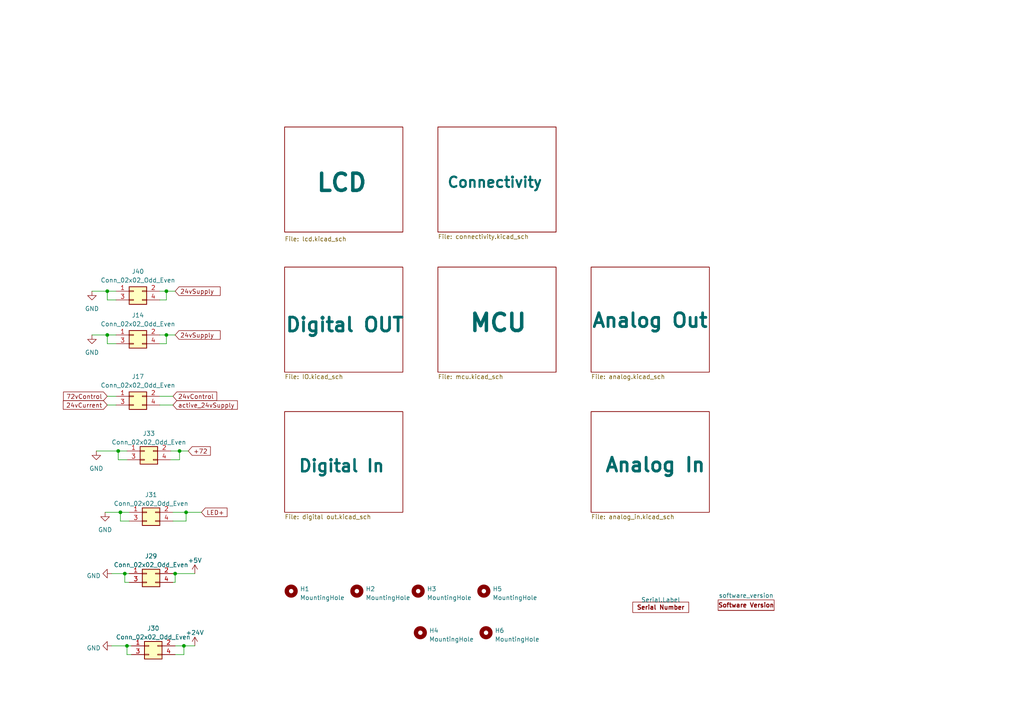
<source format=kicad_sch>
(kicad_sch (version 20230121) (generator eeschema)
  (paper "A4")
  (lib_symbols
    (symbol "Connector_Generic:Conn_02x02_Odd_Even" (pin_names (offset 1.016) hide)
      (property "Reference" "J" (at 1.27 2.54 0))
      (property "Value" "Conn_02x02_Odd_Even" (at 1.27 -5.08 0))
      (symbol "Conn_02x02_Odd_Even_1_1"
        (rectangle (start -1.27 -2.413) (end 0 -2.667) (stroke (width 0.1524)))
        (rectangle (start -1.27 0.127) (end 0 -0.127) (stroke (width 0.1524)))
        (rectangle (start -1.27 1.27) (end 3.81 -3.81) (stroke (width 0.254)) (fill (type background)))
        (rectangle (start 3.81 -2.413) (end 2.54 -2.667) (stroke (width 0.1524)))
        (rectangle (start 3.81 0.127) (end 2.54 -0.127) (stroke (width 0.1524)))
        (pin passive line (at -5.08 0 0) (length 3.81) (name "Pin_1") (number "1"))
        (pin passive line (at 7.62 0 180) (length 3.81) (name "Pin_2") (number "2"))
        (pin passive line (at -5.08 -2.54 0) (length 3.81) (name "Pin_3") (number "3"))
        (pin passive line (at 7.62 -2.54 180) (length 3.81) (name "Pin_4") (number "4"))
      )
    )
    (symbol "MLC:Serial.Label" (pin_names (offset 1.016))
      (property "Value" "Serial.Label" (at 4.318 2.032 0))
      (symbol "Serial.Label_0_0"
        (text "Serial Number" (at 3.048 -1.524 0) (effects (font (size 1.27 1.27) bold)))
      )
      (symbol "Serial.Label_0_1"
        (rectangle (start -5.08 0) (end 11.176 -3.048))
      )
    )
    (symbol "MLC:software_version" (pin_names (offset 1.016))
      (property "Value" "software_version" (at 4.318 2.032 0))
      (symbol "software_version_0_0"
        (text "Software Version" (at 3.048 -1.524 0) (effects (font (size 1.27 1.27) bold)))
      )
      (symbol "software_version_0_1"
        (rectangle (start -5.08 0) (end 11.176 -3.048))
        (polyline (pts (xy -5.08 -3.048) (xy 11.176 -3.048)))
      )
    )
    (symbol "Mechanical:MountingHole" (pin_names (offset 1.016))
      (property "Reference" "H" (at 0 5.08 0))
      (property "Value" "MountingHole" (at 0 3.175 0))
      (symbol "MountingHole_0_1"
        (circle (center 0 0) (radius 1.27) (stroke (width 1.27)))
      )
    )
    (symbol "power:+24V" (power) (pin_names (offset 0))
      (property "Value" "+24V" (at 0 3.556 0))
      (symbol "+24V_0_1"
        (polyline (pts (xy -0.762 1.27) (xy 0 2.54)))
        (polyline (pts (xy 0 0) (xy 0 2.54)))
        (polyline (pts (xy 0 2.54) (xy 0.762 1.27)))
      )
      (symbol "+24V_1_1"
        (pin power_in line (at 0 0 90) (length 0) hide (name "+24V") (number "1"))
      )
    )
    (symbol "power:+5V" (power) (pin_names (offset 0))
      (property "Value" "+5V" (at 0 3.556 0))
      (symbol "+5V_0_1"
        (polyline (pts (xy -0.762 1.27) (xy 0 2.54)))
        (polyline (pts (xy 0 0) (xy 0 2.54)))
        (polyline (pts (xy 0 2.54) (xy 0.762 1.27)))
      )
      (symbol "+5V_1_1"
        (pin power_in line (at 0 0 90) (length 0) hide (name "+5V") (number "1"))
      )
    )
    (symbol "power:GND" (power) (pin_names (offset 0))
      (property "Value" "GND" (at 0 -3.81 0))
      (symbol "GND_0_1"
        (polyline (pts (xy 0 0) (xy 0 -1.27) (xy 1.27 -1.27) (xy 0 -2.54) (xy -1.27 -1.27) (xy 0 -1.27)))
      )
      (symbol "GND_1_1"
        (pin power_in line (at 0 0 270) (length 0) hide (name "GND") (number "1"))
      )
    )
  )
  (junction (at 31.115 84.455))
  (junction (at 53.34 187.325))
  (junction (at 34.925 148.59))
  (junction (at 31.115 97.155))
  (junction (at 48.26 84.455))
  (junction (at 50.8 166.37))
  (junction (at 48.26 97.155))
  (junction (at 52.07 130.81))
  (junction (at 36.83 187.325))
  (junction (at 53.975 148.59))
  (junction (at 36.195 166.37))
  (junction (at 34.29 130.81))
  (wire (pts (xy 36.83 133.35) (xy 34.29 133.35)))
  (wire (pts (xy 36.83 187.325) (xy 38.1 187.325)))
  (wire (pts (xy 32.385 166.37) (xy 36.195 166.37)))
  (wire (pts (xy 37.465 168.91) (xy 36.195 168.91)))
  (wire (pts (xy 38.1 189.865) (xy 36.83 189.865)))
  (wire (pts (xy 34.925 151.13) (xy 34.925 148.59)))
  (wire (pts (xy 31.115 84.455) (xy 33.655 84.455)))
  (wire (pts (xy 50.8 166.37) (xy 56.515 166.37)))
  (wire (pts (xy 50.8 187.325) (xy 53.34 187.325)))
  (wire (pts (xy 53.975 148.59) (xy 58.42 148.59)))
  (wire (pts (xy 30.48 148.59) (xy 34.925 148.59)))
  (wire (pts (xy 46.355 86.995) (xy 48.26 86.995)))
  (wire (pts (xy 34.29 133.35) (xy 34.29 130.81)))
  (wire (pts (xy 46.355 97.155) (xy 48.26 97.155)))
  (wire (pts (xy 49.53 130.81) (xy 52.07 130.81)))
  (wire (pts (xy 48.26 97.155) (xy 50.8 97.155)))
  (wire (pts (xy 50.165 148.59) (xy 53.975 148.59)))
  (wire (pts (xy 53.34 187.325) (xy 56.515 187.325)))
  (wire (pts (xy 50.8 189.865) (xy 53.34 189.865)))
  (wire (pts (xy 26.67 84.455) (xy 31.115 84.455)))
  (wire (pts (xy 33.655 86.995) (xy 31.115 86.995)))
  (wire (pts (xy 50.165 168.91) (xy 50.8 168.91)))
  (wire (pts (xy 50.165 151.13) (xy 53.975 151.13)))
  (wire (pts (xy 26.67 97.155) (xy 31.115 97.155)))
  (wire (pts (xy 46.355 99.695) (xy 48.26 99.695)))
  (wire (pts (xy 37.465 151.13) (xy 34.925 151.13)))
  (wire (pts (xy 31.115 117.475) (xy 33.655 117.475)))
  (wire (pts (xy 36.195 166.37) (xy 37.465 166.37)))
  (wire (pts (xy 48.26 86.995) (xy 48.26 84.455)))
  (wire (pts (xy 33.655 99.695) (xy 31.115 99.695)))
  (wire (pts (xy 52.07 130.81) (xy 54.61 130.81)))
  (wire (pts (xy 32.385 187.325) (xy 36.83 187.325)))
  (wire (pts (xy 31.115 86.995) (xy 31.115 84.455)))
  (wire (pts (xy 46.355 84.455) (xy 48.26 84.455)))
  (wire (pts (xy 52.07 133.35) (xy 52.07 130.81)))
  (wire (pts (xy 31.115 99.695) (xy 31.115 97.155)))
  (wire (pts (xy 48.26 99.695) (xy 48.26 97.155)))
  (wire (pts (xy 53.34 189.865) (xy 53.34 187.325)))
  (wire (pts (xy 34.925 148.59) (xy 37.465 148.59)))
  (wire (pts (xy 46.355 114.935) (xy 50.165 114.935)))
  (wire (pts (xy 31.115 114.935) (xy 33.655 114.935)))
  (wire (pts (xy 31.115 97.155) (xy 33.655 97.155)))
  (wire (pts (xy 36.83 189.865) (xy 36.83 187.325)))
  (wire (pts (xy 48.26 84.455) (xy 50.8 84.455)))
  (wire (pts (xy 53.975 151.13) (xy 53.975 148.59)))
  (wire (pts (xy 49.53 133.35) (xy 52.07 133.35)))
  (wire (pts (xy 50.8 166.37) (xy 50.8 168.91)))
  (wire (pts (xy 27.94 130.81) (xy 34.29 130.81)))
  (wire (pts (xy 36.195 168.91) (xy 36.195 166.37)))
  (wire (pts (xy 46.355 117.475) (xy 50.165 117.475)))
  (wire (pts (xy 50.165 166.37) (xy 50.8 166.37)))
  (wire (pts (xy 34.29 130.81) (xy 36.83 130.81)))
  (global_label "active_24vSupply" (shape input) (at 50.165 117.475 0) (property "Intersheetrefs" "${INTERSHEET_REFS}" (effects hide)))
  (global_label "24vCurrent" (shape input) (at 31.115 117.475 180) (property "Intersheetrefs" "${INTERSHEET_REFS}" (effects hide)))
  (global_label "+72" (shape input) (at 54.61 130.81 0) (property "Intersheetrefs" "${INTERSHEET_REFS}" (effects hide)))
  (global_label "24vSupply " (shape input) (at 50.8 97.155 0) (property "Intersheetrefs" "${INTERSHEET_REFS}" (effects hide)))
  (global_label "24vSupply " (shape input) (at 50.8 84.455 0) (property "Intersheetrefs" "${INTERSHEET_REFS}" (effects hide)))
  (global_label "24vControl" (shape input) (at 50.165 114.935 0) (property "Intersheetrefs" "${INTERSHEET_REFS}" (effects hide)))
  (global_label "LED+" (shape input) (at 58.42 148.59 0) (property "Intersheetrefs" "${INTERSHEET_REFS}" (effects hide)))
  (global_label "72vControl" (shape input) (at 31.115 114.935 180) (property "Intersheetrefs" "${INTERSHEET_REFS}" (effects hide)))
  (symbol (lib_id "Connector_Generic:Conn_02x02_Odd_Even") (at 41.91 130.81 0) (unit 1)
    (property "Reference" "J33" (at 43.18 125.73 0))
    (property "Value" "Conn_02x02_Odd_Even" (at 43.18 128.27 0))
    (property "Footprint" "Connector_PinHeader_2.54mm:PinHeader_2x02_P2.54mm_Vertical" (effects hide))
  )
  (symbol (lib_id "power:GND") (at 30.48 148.59 0) (unit 1)
    (property "Reference" "#PWR0380" (effects hide))
    (property "Value" "GND" (at 30.48 153.67 0))
  )
  (symbol (lib_id "power:GND") (at 32.385 166.37 270) (unit 1)
    (property "Reference" "#PWR0376" (effects hide))
    (property "Value" "GND" (at 29.21 167.005 90) (effects (justify right)))
  )
  (symbol (lib_id "Mechanical:MountingHole") (at 121.92 183.515 0) (unit 1)
    (property "Reference" "H4" (at 124.46 182.88 0) (effects (justify left)))
    (property "Value" "MountingHole" (at 124.46 185.42 0) (effects (justify left)))
    (property "Footprint" "MountingHole:MountingHole_4.3mm_M4_Pad_Via" (effects hide))
  )
  (symbol (lib_id "Mechanical:MountingHole") (at 121.285 171.45 0) (unit 1)
    (property "Reference" "H3" (at 123.825 170.815 0) (effects (justify left)))
    (property "Value" "MountingHole" (at 123.825 173.355 0) (effects (justify left)))
    (property "Footprint" "MountingHole:MountingHole_4.3mm_M4_Pad_Via" (effects hide))
  )
  (symbol (lib_id "Mechanical:MountingHole") (at 140.335 171.45 0) (unit 1)
    (property "Reference" "H5" (at 142.875 170.815 0) (effects (justify left)))
    (property "Value" "MountingHole" (at 142.875 173.355 0) (effects (justify left)))
    (property "Footprint" "MountingHole:MountingHole_4.3mm_M4_Pad_Via" (effects hide))
  )
  (symbol (lib_id "power:+24V") (at 56.515 187.325 0) (unit 1)
    (property "Reference" "#PWR0379" (effects hide))
    (property "Value" "+24V" (at 56.515 183.515 0))
  )
  (symbol (lib_id "power:GND") (at 32.385 187.325 270) (unit 1)
    (property "Reference" "#PWR0377" (effects hide))
    (property "Value" "GND" (at 29.21 187.96 90) (effects (justify right)))
  )
  (symbol (lib_id "Mechanical:MountingHole") (at 84.455 171.45 0) (unit 1)
    (property "Reference" "H1" (at 86.995 170.815 0) (effects (justify left)))
    (property "Value" "MountingHole" (at 86.995 173.355 0) (effects (justify left)))
    (property "Footprint" "MountingHole:MountingHole_4.3mm_M4_Pad_Via" (effects hide))
  )
  (symbol (lib_id "power:+5V") (at 56.515 166.37 0) (unit 1)
    (property "Reference" "#PWR0378" (effects hide))
    (property "Value" "+5V" (at 56.515 162.56 0))
  )
  (symbol (lib_id "power:GND") (at 26.67 97.155 0) (unit 1)
    (property "Reference" "#PWR0383" (effects hide))
    (property "Value" "GND" (at 26.67 102.235 0))
  )
  (symbol (lib_id "Connector_Generic:Conn_02x02_Odd_Even") (at 38.735 97.155 0) (unit 1)
    (property "Reference" "J14" (at 40.005 91.44 0))
    (property "Value" "Conn_02x02_Odd_Even" (at 40.005 93.98 0))
    (property "Footprint" "Connector_PinHeader_2.54mm:PinHeader_2x02_P2.54mm_Vertical" (effects hide))
  )
  (symbol (lib_id "power:GND") (at 27.94 130.81 0) (unit 1)
    (property "Reference" "#PWR0382" (effects hide))
    (property "Value" "GND" (at 27.94 135.89 0))
  )
  (symbol (lib_id "Connector_Generic:Conn_02x02_Odd_Even") (at 38.735 84.455 0) (unit 1)
    (property "Reference" "J40" (at 40.005 78.74 0))
    (property "Value" "Conn_02x02_Odd_Even" (at 40.005 81.28 0))
    (property "Footprint" "Connector_PinHeader_2.54mm:PinHeader_2x02_P2.54mm_Vertical" (effects hide))
  )
  (symbol (lib_id "MLC:software_version") (at 213.36 173.99 0) (unit 1)
    (property "Reference" "U13" (effects hide))
    (property "Value" "software_version" (at 216.408 172.72 0))
    (property "Footprint" "MLC:Label" (effects hide))
  )
  (symbol (lib_id "Connector_Generic:Conn_02x02_Odd_Even") (at 43.18 187.325 0) (unit 1)
    (property "Reference" "J30" (at 44.45 182.245 0))
    (property "Value" "Conn_02x02_Odd_Even" (at 44.45 184.785 0))
    (property "Footprint" "Connector_PinHeader_2.54mm:PinHeader_2x02_P2.54mm_Vertical" (effects hide))
  )
  (symbol (lib_id "MLC:Serial.Label") (at 188.595 174.625 0) (unit 1)
    (property "Reference" "U12" (effects hide))
    (property "Value" "Serial.Label" (at 191.643 173.99 0))
    (property "Footprint" "MLC:Label1" (effects hide))
  )
  (symbol (lib_id "Connector_Generic:Conn_02x02_Odd_Even") (at 42.545 148.59 0) (unit 1)
    (property "Reference" "J31" (at 43.815 143.51 0))
    (property "Value" "Conn_02x02_Odd_Even" (at 43.815 146.05 0))
    (property "Footprint" "Connector_PinHeader_2.54mm:PinHeader_2x02_P2.54mm_Vertical" (effects hide))
  )
  (symbol (lib_id "Mechanical:MountingHole") (at 140.97 183.515 0) (unit 1)
    (property "Reference" "H6" (at 143.51 182.88 0) (effects (justify left)))
    (property "Value" "MountingHole" (at 143.51 185.42 0) (effects (justify left)))
    (property "Footprint" "MountingHole:MountingHole_4.3mm_M4_Pad_Via" (effects hide))
  )
  (symbol (lib_id "power:GND") (at 26.67 84.455 0) (unit 1)
    (property "Reference" "#PWR0392" (effects hide))
    (property "Value" "GND" (at 26.67 89.535 0))
  )
  (symbol (lib_id "Connector_Generic:Conn_02x02_Odd_Even") (at 38.735 114.935 0) (unit 1)
    (property "Reference" "J17" (at 40.005 109.22 0))
    (property "Value" "Conn_02x02_Odd_Even" (at 40.005 111.76 0))
    (property "Footprint" "Connector_PinHeader_2.54mm:PinHeader_2x02_P2.54mm_Vertical" (effects hide))
  )
  (symbol (lib_id "Connector_Generic:Conn_02x02_Odd_Even") (at 42.545 166.37 0) (unit 1)
    (property "Reference" "J29" (at 43.815 161.29 0))
    (property "Value" "Conn_02x02_Odd_Even" (at 43.815 163.83 0))
    (property "Footprint" "Connector_PinHeader_2.54mm:PinHeader_2x02_P2.54mm_Vertical" (effects hide))
  )
  (symbol (lib_id "Mechanical:MountingHole") (at 103.505 171.45 0) (unit 1)
    (property "Reference" "H2" (at 106.045 170.815 0) (effects (justify left)))
    (property "Value" "MountingHole" (at 106.045 173.355 0) (effects (justify left)))
    (property "Footprint" "MountingHole:MountingHole_4.3mm_M4_Pad_Via" (effects hide))
  )
  (sheet (at 82.55 77.47) (size 34.29 30.48) (stroke (width 0.1524))
    (property "Sheetname" "Digital OUT" (at 82.55 96.52 0) (effects (font (size 4 4) bold) (justify left bottom)))
    (property "Sheetfile" "IO.kicad_sch" (at 82.55 108.5346 0) (effects (justify left top)))
  )
  (sheet (at 127 77.47) (size 34.29 30.48) (stroke (width 0.1524))
    (property "Sheetname" "MCU" (at 135.89 96.52 0) (effects (font (size 5 5) bold) (justify left bottom)))
    (property "Sheetfile" "mcu.kicad_sch" (at 127 108.5346 0) (effects (justify left top)))
  )
  (sheet (at 82.55 119.38) (size 34.29 29.21) (stroke (width 0.1524))
    (property "Sheetname" "Digital In" (at 86.36 137.16 0) (effects (font (size 3.5 3.5) bold) (justify left bottom)))
    (property "Sheetfile" "digital out.kicad_sch" (at 82.55 149.1746 0) (effects (justify left top)))
  )
  (sheet (at 82.55 36.83) (size 34.29 30.48) (stroke (width 0.1524))
    (property "Sheetname" "LCD" (at 91.44 55.88 0) (effects (font (size 5 5) bold) (justify left bottom)))
    (property "Sheetfile" "lcd.kicad_sch" (at 82.55 68.58 0) (effects (justify left top)))
  )
  (sheet (at 171.45 119.38) (size 34.29 29.21) (stroke (width 0.1524))
    (property "Sheetname" "Analog In" (at 175.26 137.16 0) (effects (font (size 4 4) bold) (justify left bottom)))
    (property "Sheetfile" "analog_in.kicad_sch" (at 171.45 149.1746 0) (effects (justify left top)))
  )
  (sheet (at 171.45 77.47) (size 34.29 30.48) (stroke (width 0.1524))
    (property "Sheetname" "Analog Out" (at 171.45 95.25 0) (effects (font (size 4 4) bold) (justify left bottom)))
    (property "Sheetfile" "analog.kicad_sch" (at 171.45 108.5346 0) (effects (justify left top)))
  )
  (sheet (at 127 36.83) (size 34.29 30.48) (stroke (width 0.1524))
    (property "Sheetname" "Connectivity" (at 129.54 54.61 0) (effects (font (size 3 3) bold) (justify left bottom)))
    (property "Sheetfile" "connectivity.kicad_sch" (at 127 67.8946 0) (effects (justify left top)))
  )
)
</source>
